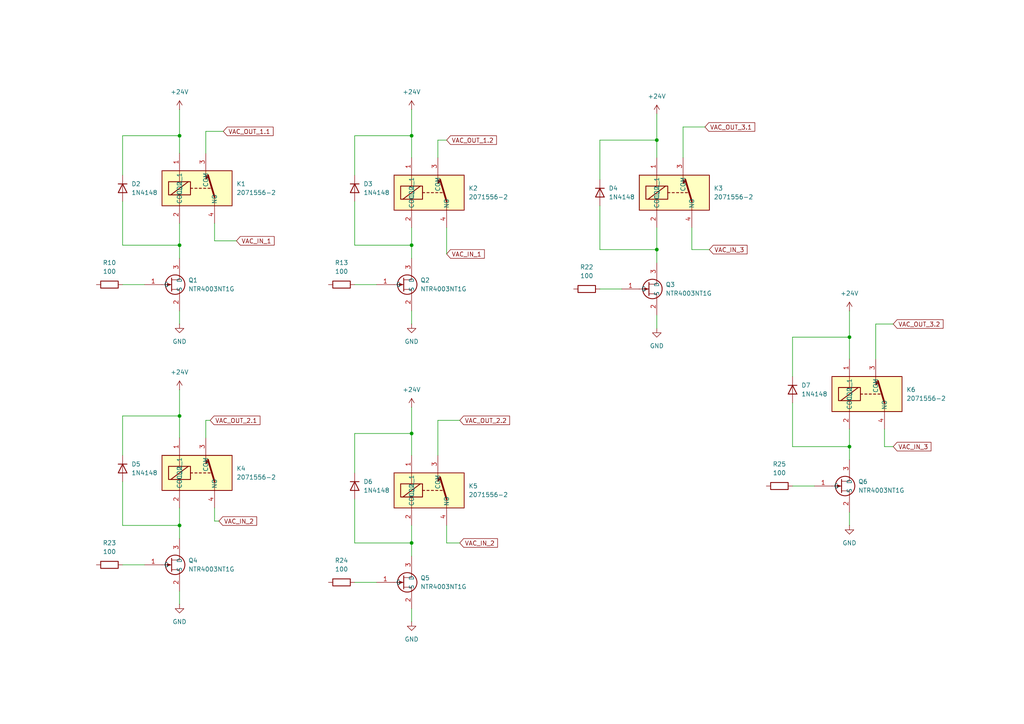
<source format=kicad_sch>
(kicad_sch (version 20250114) (generator "eeschema") (generator_version "9.0")
  (paper "A4")
  (lib_symbols
    (symbol "2071556-2:2071556-2"
      (property "Reference" "K" (at 26.67 7.62 0))
      (property "Value" "2071556-2" (at 26.67 5.08 0))
      (symbol "2071556-2_0_1"
        (rectangle (start -8.255 3.175) (end -1.905 -0.635) (stroke (width 0.254)))
        (polyline (pts (xy -7.62 -0.635) (xy -2.54 3.175)) (stroke (width 0.254)))
        (polyline (pts (xy -5.08 6.35) (xy -5.08 3.175)))
        (polyline (pts (xy -5.08 -3.81) (xy -5.08 -0.635)))
        (polyline (pts (xy -1.905 1.27) (xy -1.27 1.27)) (stroke (width 0.254)))
        (polyline (pts (xy -0.635 1.27) (xy 0 1.27)) (stroke (width 0.254)))
        (polyline (pts (xy 0.635 1.27) (xy 1.27 1.27)) (stroke (width 0.254)))
        (polyline (pts (xy 1.905 1.27) (xy 2.54 1.27)) (stroke (width 0.254)))
        (polyline (pts (xy 2.54 6.35) (xy 2.54 3.81) (xy 3.175 4.445) (xy 2.54 5.08)) (fill (type outline)))
        (polyline (pts (xy 3.175 1.27) (xy 3.81 1.27)) (stroke (width 0.254)))
        (polyline (pts (xy 5.08 -1.27) (xy 3.175 5.08)) (stroke (width 0.508)))
        (polyline (pts (xy 5.08 -1.27) (xy 5.08 -3.81)))
      )
      (symbol "2071556-2_1_1"
        (rectangle (start -10.16 6.35) (end 10.16 -3.81) (stroke (width 0.254)) (fill (type background)))
        (pin passive line (at -5.08 11.43 270) (length 5.08) (name "COIL_1") (number "1"))
        (pin passive line (at -5.08 -8.89 90) (length 5.08) (name "COIL_2") (number "2"))
        (pin passive line (at 2.54 11.43 270) (length 5.08) (name "COM") (number "3"))
        (pin passive line (at 5.08 -8.89 90) (length 5.08) (name "NO") (number "4"))
      )
    )
    (symbol "Device:R" (pin_numbers (hide yes)) (pin_names (offset 0))
      (property "Reference" "R" (at 2.032 0 90))
      (property "Value" "R" (at 0 0 90))
      (symbol "R_0_1"
        (rectangle (start -1.016 -2.54) (end 1.016 2.54) (stroke (width 0.254)))
      )
      (symbol "R_1_1"
        (pin passive line (at 0 3.81 270) (length 1.27) (name "~") (number "1"))
        (pin passive line (at 0 -3.81 90) (length 1.27) (name "~") (number "2"))
      )
    )
    (symbol "Diode:1N4148" (pin_numbers (hide yes)) (pin_names (hide yes))
      (property "Reference" "D" (at 0 2.54 0))
      (property "Value" "1N4148" (at 0 -2.54 0))
      (symbol "1N4148_0_1"
        (polyline (pts (xy -1.27 1.27) (xy -1.27 -1.27)) (stroke (width 0.254)))
        (polyline (pts (xy 1.27 1.27) (xy 1.27 -1.27) (xy -1.27 0) (xy 1.27 1.27)) (stroke (width 0.254)))
        (polyline (pts (xy 1.27 0) (xy -1.27 0)))
      )
      (symbol "1N4148_1_1"
        (pin passive line (at -3.81 0 0) (length 2.54) (name "K") (number "1"))
        (pin passive line (at 3.81 0 180) (length 2.54) (name "A") (number "2"))
      )
    )
    (symbol "NTR4003NT1G:NTR4003NT1G"
      (property "Reference" "Q" (at 5.588 -2.794 0))
      (property "Value" "NTR4003NT1G" (at 5.588 -5.334 0))
      (symbol "NTR4003NT1G_0_1"
        (polyline (pts (xy -1.27 0) (xy -2.286 0.381) (xy -2.286 -0.381) (xy -1.27 0)) (fill (type outline)))
        (polyline (pts (xy -1.016 1.905) (xy -1.016 -1.905)) (stroke (width 0.254)))
        (polyline (pts (xy -1.016 0) (xy -3.81 0)))
        (circle (center 0 0) (radius 2.8194) (stroke (width 0.254)))
        (polyline (pts (xy 1.27 2.54) (xy 1.27 1.397) (xy -1.016 1.397)))
        (polyline (pts (xy 1.27 -2.54) (xy 1.27 -1.397) (xy -1.016 -1.397)))
      )
      (symbol "NTR4003NT1G_1_1"
        (pin passive line (at -8.89 0 0) (length 5.08) (name "G") (number "1"))
        (pin passive line (at 1.27 7.62 270) (length 5.08) (name "D") (number "3"))
        (pin passive line (at 1.27 -7.62 90) (length 5.08) (name "S") (number "2"))
      )
    )
    (symbol "power:+24V" (power) (pin_numbers (hide yes)) (pin_names (offset 0) (hide yes))
      (property "Value" "+24V" (at 0 3.556 0))
      (symbol "+24V_0_1"
        (polyline (pts (xy -0.762 1.27) (xy 0 2.54)))
        (polyline (pts (xy 0 2.54) (xy 0.762 1.27)))
        (polyline (pts (xy 0 0) (xy 0 2.54)))
      )
      (symbol "+24V_1_1"
        (pin power_in line (at 0 0 90) (length 0) (name "~") (number "1"))
      )
    )
    (symbol "power:GND" (power) (pin_numbers (hide yes)) (pin_names (offset 0) (hide yes))
      (property "Value" "GND" (at 0 -3.81 0))
      (symbol "GND_0_1"
        (polyline (pts (xy 0 0) (xy 0 -1.27) (xy 1.27 -1.27) (xy 0 -2.54) (xy -1.27 -1.27) (xy 0 -1.27)))
      )
      (symbol "GND_1_1"
        (pin power_in line (at 0 0 270) (length 0) (name "~") (number "1"))
      )
    )
  )
  (junction (at 119.38 71.12))
  (junction (at 52.07 152.4))
  (junction (at 190.5 72.39))
  (junction (at 246.38 129.54))
  (junction (at 119.38 157.48))
  (junction (at 190.5 40.64))
  (junction (at 52.07 120.65))
  (junction (at 52.07 71.12))
  (junction (at 119.38 39.37))
  (junction (at 246.38 97.79))
  (junction (at 52.07 39.37))
  (junction (at 119.38 125.73))
  (wire (pts (xy 259.08 93.98) (xy 254 93.98)))
  (wire (pts (xy 119.38 71.12) (xy 119.38 74.93)))
  (wire (pts (xy 119.38 118.11) (xy 119.38 125.73)))
  (wire (pts (xy 35.56 120.65) (xy 35.56 132.08)))
  (wire (pts (xy 102.87 82.55) (xy 109.22 82.55)))
  (wire (pts (xy 119.38 125.73) (xy 119.38 132.08)))
  (wire (pts (xy 190.5 72.39) (xy 190.5 76.2)))
  (wire (pts (xy 127 132.08) (xy 127 121.92)))
  (wire (pts (xy 52.07 90.17) (xy 52.07 93.98)))
  (wire (pts (xy 190.5 40.64) (xy 190.5 45.72)))
  (wire (pts (xy 119.38 66.04) (xy 119.38 71.12)))
  (wire (pts (xy 129.54 66.04) (xy 129.54 73.66)))
  (wire (pts (xy 52.07 31.75) (xy 52.07 39.37)))
  (wire (pts (xy 205.74 72.39) (xy 200.66 72.39)))
  (wire (pts (xy 52.07 64.77) (xy 52.07 71.12)))
  (wire (pts (xy 102.87 144.78) (xy 102.87 157.48)))
  (wire (pts (xy 35.56 82.55) (xy 41.91 82.55)))
  (wire (pts (xy 119.38 31.75) (xy 119.38 39.37)))
  (wire (pts (xy 173.99 59.69) (xy 173.99 72.39)))
  (wire (pts (xy 52.07 113.03) (xy 52.07 120.65)))
  (wire (pts (xy 198.12 36.83) (xy 198.12 45.72)))
  (wire (pts (xy 35.56 58.42) (xy 35.56 71.12)))
  (wire (pts (xy 119.38 152.4) (xy 119.38 157.48)))
  (wire (pts (xy 52.07 171.45) (xy 52.07 175.26)))
  (wire (pts (xy 35.56 39.37) (xy 35.56 50.8)))
  (wire (pts (xy 102.87 157.48) (xy 119.38 157.48)))
  (wire (pts (xy 102.87 71.12) (xy 119.38 71.12)))
  (wire (pts (xy 173.99 72.39) (xy 190.5 72.39)))
  (wire (pts (xy 52.07 39.37) (xy 35.56 39.37)))
  (wire (pts (xy 62.23 69.85) (xy 68.58 69.85)))
  (wire (pts (xy 200.66 72.39) (xy 200.66 66.04)))
  (wire (pts (xy 102.87 58.42) (xy 102.87 71.12)))
  (wire (pts (xy 52.07 39.37) (xy 52.07 44.45)))
  (wire (pts (xy 59.69 121.92) (xy 60.96 121.92)))
  (wire (pts (xy 52.07 71.12) (xy 52.07 74.93)))
  (wire (pts (xy 62.23 151.13) (xy 62.23 147.32)))
  (wire (pts (xy 119.38 157.48) (xy 119.38 161.29)))
  (wire (pts (xy 246.38 97.79) (xy 246.38 104.14)))
  (wire (pts (xy 52.07 147.32) (xy 52.07 152.4)))
  (wire (pts (xy 229.87 129.54) (xy 246.38 129.54)))
  (wire (pts (xy 246.38 90.17) (xy 246.38 97.79)))
  (wire (pts (xy 64.77 38.1) (xy 59.69 38.1)))
  (wire (pts (xy 256.54 129.54) (xy 256.54 124.46)))
  (wire (pts (xy 119.38 125.73) (xy 102.87 125.73)))
  (wire (pts (xy 62.23 69.85) (xy 62.23 64.77)))
  (wire (pts (xy 204.47 36.83) (xy 198.12 36.83)))
  (wire (pts (xy 119.38 90.17) (xy 119.38 93.98)))
  (wire (pts (xy 229.87 116.84) (xy 229.87 129.54)))
  (wire (pts (xy 35.56 152.4) (xy 52.07 152.4)))
  (wire (pts (xy 119.38 39.37) (xy 119.38 45.72)))
  (wire (pts (xy 246.38 129.54) (xy 246.38 133.35)))
  (wire (pts (xy 190.5 66.04) (xy 190.5 72.39)))
  (wire (pts (xy 246.38 97.79) (xy 229.87 97.79)))
  (wire (pts (xy 259.08 129.54) (xy 256.54 129.54)))
  (wire (pts (xy 190.5 91.44) (xy 190.5 95.25)))
  (wire (pts (xy 63.5 151.13) (xy 62.23 151.13)))
  (wire (pts (xy 173.99 83.82) (xy 180.34 83.82)))
  (wire (pts (xy 246.38 124.46) (xy 246.38 129.54)))
  (wire (pts (xy 229.87 97.79) (xy 229.87 109.22)))
  (wire (pts (xy 35.56 71.12) (xy 52.07 71.12)))
  (wire (pts (xy 59.69 127) (xy 59.69 121.92)))
  (wire (pts (xy 129.54 157.48) (xy 133.35 157.48)))
  (wire (pts (xy 229.87 140.97) (xy 236.22 140.97)))
  (wire (pts (xy 190.5 40.64) (xy 173.99 40.64)))
  (wire (pts (xy 127 121.92) (xy 133.35 121.92)))
  (wire (pts (xy 52.07 120.65) (xy 52.07 127)))
  (wire (pts (xy 102.87 168.91) (xy 109.22 168.91)))
  (wire (pts (xy 119.38 39.37) (xy 102.87 39.37)))
  (wire (pts (xy 52.07 120.65) (xy 35.56 120.65)))
  (wire (pts (xy 254 93.98) (xy 254 104.14)))
  (wire (pts (xy 119.38 176.53) (xy 119.38 180.34)))
  (wire (pts (xy 102.87 39.37) (xy 102.87 50.8)))
  (wire (pts (xy 52.07 152.4) (xy 52.07 156.21)))
  (wire (pts (xy 127 40.64) (xy 127 45.72)))
  (wire (pts (xy 35.56 139.7) (xy 35.56 152.4)))
  (wire (pts (xy 59.69 38.1) (xy 59.69 44.45)))
  (wire (pts (xy 35.56 163.83) (xy 41.91 163.83)))
  (wire (pts (xy 102.87 125.73) (xy 102.87 137.16)))
  (wire (pts (xy 173.99 40.64) (xy 173.99 52.07)))
  (wire (pts (xy 129.54 152.4) (xy 129.54 157.48)))
  (wire (pts (xy 246.38 148.59) (xy 246.38 152.4)))
  (wire (pts (xy 190.5 33.02) (xy 190.5 40.64)))
  (wire (pts (xy 129.54 40.64) (xy 127 40.64)))
  (global_label "VAC_IN_3" (shape input) (at 205.74 72.39 0) (property "Intersheetrefs" "${INTERSHEET_REFS}" (effects (hide yes))))
  (global_label "VAC_OUT_1.2" (shape input) (at 129.54 40.64 0) (property "Intersheetrefs" "${INTERSHEET_REFS}" (effects (hide yes))))
  (global_label "VAC_IN_1" (shape input) (at 129.54 73.66 0) (property "Intersheetrefs" "${INTERSHEET_REFS}" (effects (hide yes))))
  (global_label "VAC_IN_2" (shape input) (at 133.35 157.48 0) (property "Intersheetrefs" "${INTERSHEET_REFS}" (effects (hide yes))))
  (global_label "VAC_IN_2" (shape input) (at 63.5 151.13 0) (property "Intersheetrefs" "${INTERSHEET_REFS}" (effects (hide yes))))
  (global_label "VAC_IN_3" (shape input) (at 259.08 129.54 0) (property "Intersheetrefs" "${INTERSHEET_REFS}" (effects (hide yes))))
  (global_label "VAC_OUT_3.1" (shape input) (at 204.47 36.83 0) (property "Intersheetrefs" "${INTERSHEET_REFS}" (effects (hide yes))))
  (global_label "VAC_OUT_3.2" (shape input) (at 259.08 93.98 0) (property "Intersheetrefs" "${INTERSHEET_REFS}" (effects (hide yes))))
  (global_label "VAC_OUT_1.1" (shape input) (at 64.77 38.1 0) (property "Intersheetrefs" "${INTERSHEET_REFS}" (effects (hide yes))))
  (global_label "VAC_OUT_2.2" (shape input) (at 133.35 121.92 0) (property "Intersheetrefs" "${INTERSHEET_REFS}" (effects (hide yes))))
  (global_label "VAC_OUT_2.1" (shape input) (at 60.96 121.92 0) (property "Intersheetrefs" "${INTERSHEET_REFS}" (effects (hide yes))))
  (global_label "VAC_IN_1" (shape input) (at 68.58 69.85 0) (property "Intersheetrefs" "${INTERSHEET_REFS}" (effects (hide yes))))
  (symbol (lib_id "2071556-2:2071556-2") (at 195.58 57.15 0) (unit 1)
    (property "Reference" "K3" (at 207.01 54.6099 0) (effects (justify left)))
    (property "Value" "2071556-2" (at 207.01 57.1499 0) (effects (justify left)))
    (property "Footprint" "20715562" (effects (hide yes)))
    (property "Datasheet" "https://www.te.com/commerce/DocumentDelivery/DDEController?Action=srchrtrv&DocNm=OJS_16A_0821&DocType=Data%20Sheet&DocLang=English&DocFormat=pdf&PartCntxt=2071556-2" (effects (hide yes)))
    (property "Description" "General Purpose Power Relay, DC, Monostable, 1 Form A SPST-NO, 16 A Contact Rating, 24 VDC Coil Voltage , 250 VAC Contact Voltage, .45 W Coil Power" (effects (hide yes)))
    (property "Height" "15.3" (effects (hide yes)))
    (property "Mouser Part Number" "655-2071556-2" (effects (hide yes)))
    (property "Mouser Price/Stock" "https://www.mouser.co.uk/ProductDetail/TE-Connectivity/2071556-2?qs=ljCeji4nMDmS9znJMBiIWQ%3D%3D" (effects (hide yes)))
    (property "Manufacturer_Name" "TE Connectivity" (effects (hide yes)))
    (property "Manufacturer_Part_Number" "2071556-2" (effects (hide yes)))
  )
  (symbol (lib_id "power:+24V") (at 52.07 113.03 0) (unit 1)
    (property "Reference" "#PWR033" (effects (hide yes)))
    (property "Value" "+24V" (at 52.07 107.95 0))
    (property "Description" "Power symbol creates a global label with name \"+24V\"" (effects (hide yes)))
  )
  (symbol (lib_id "Diode:1N4148") (at 102.87 140.97 270) (unit 1)
    (property "Reference" "D6" (at 105.41 139.6999 90) (effects (justify left)))
    (property "Value" "1N4148" (at 105.41 142.2399 90) (effects (justify left)))
    (property "Footprint" "Diode_THT:D_DO-35_SOD27_P7.62mm_Horizontal" (effects (hide yes)))
    (property "Datasheet" "https://assets.nexperia.com/documents/data-sheet/1N4148_1N4448.pdf" (effects (hide yes)))
    (property "Description" "100V 0.15A standard switching diode, DO-35" (effects (hide yes)))
    (property "Sim.Device" "D" (effects (hide yes)))
    (property "Sim.Pins" "1=K 2=A" (effects (hide yes)))
  )
  (symbol (lib_id "power:GND") (at 119.38 93.98 0) (unit 1)
    (property "Reference" "#PWR030" (effects (hide yes)))
    (property "Value" "GND" (at 119.38 99.06 0))
    (property "Description" "Power symbol creates a global label with name \"GND\" , ground" (effects (hide yes)))
  )
  (symbol (lib_id "NTR4003NT1G:NTR4003NT1G") (at 118.11 168.91 0) (unit 1)
    (property "Reference" "Q5" (at 121.92 167.6399 0) (effects (justify left)))
    (property "Value" "NTR4003NT1G" (at 121.92 170.1799 0) (effects (justify left)))
    (property "Footprint" "Package_TO_SOT_SMD:SOT-23-3" (effects (hide yes)))
    (property "Datasheet" "https://www.onsemi.com/pub/Collateral/NTR4003N-D.PDF" (effects (hide yes)))
    (property "Description" "Low Gate Voltage Threshold (VGS(TH)) to Facilitate Drive Circuit Design; Low Gate Charge for Fast Switching; ESD Protected Gate; SOT-23 Package Provides Excellent Thermal Performance; Minimum Breakdown Voltage Rating of 30 V; RoHS Compliant" (effects (hide yes)))
    (property "Height" "1.11" (effects (hide yes)))
    (property "Mouser Part Number" "863-NTR4003NT1G" (effects (hide yes)))
    (property "Mouser Price/Stock" "https://www.mouser.co.uk/ProductDetail/onsemi/NTR4003NT1G?qs=CBDP9nzV7kme%2Fyh64xROOQ%3D%3D" (effects (hide yes)))
    (property "Manufacturer_Name" "onsemi" (effects (hide yes)))
    (property "Manufacturer_Part_Number" "NTR4003NT1G" (effects (hide yes)))
  )
  (symbol (lib_id "2071556-2:2071556-2") (at 124.46 57.15 0) (unit 1)
    (property "Reference" "K2" (at 135.89 54.6099 0) (effects (justify left)))
    (property "Value" "2071556-2" (at 135.89 57.1499 0) (effects (justify left)))
    (property "Footprint" "Relay:20715562" (effects (hide yes)))
    (property "Datasheet" "https://www.te.com/commerce/DocumentDelivery/DDEController?Action=srchrtrv&DocNm=OJS_16A_0821&DocType=Data%20Sheet&DocLang=English&DocFormat=pdf&PartCntxt=2071556-2" (effects (hide yes)))
    (property "Description" "General Purpose Power Relay, DC, Monostable, 1 Form A SPST-NO, 16 A Contact Rating, 24 VDC Coil Voltage , 250 VAC Contact Voltage, .45 W Coil Power" (effects (hide yes)))
    (property "Height" "15.3" (effects (hide yes)))
    (property "Mouser Part Number" "655-2071556-2" (effects (hide yes)))
    (property "Mouser Price/Stock" "https://www.mouser.co.uk/ProductDetail/TE-Connectivity/2071556-2?qs=ljCeji4nMDmS9znJMBiIWQ%3D%3D" (effects (hide yes)))
    (property "Manufacturer_Name" "TE Connectivity" (effects (hide yes)))
    (property "Manufacturer_Part_Number" "2071556-2" (effects (hide yes)))
  )
  (symbol (lib_id "Device:R") (at 226.06 140.97 90) (unit 1)
    (property "Reference" "R25" (at 226.06 134.62 90))
    (property "Value" "100" (at 226.06 137.16 90))
    (property "Footprint" "Resistor_SMD:R_0603_1608Metric" (effects (hide yes)))
    (property "Description" "Resistor" (effects (hide yes)))
  )
  (symbol (lib_id "power:+24V") (at 52.07 31.75 0) (unit 1)
    (property "Reference" "#PWR028" (effects (hide yes)))
    (property "Value" "+24V" (at 52.07 26.67 0))
    (property "Description" "Power symbol creates a global label with name \"+24V\"" (effects (hide yes)))
  )
  (symbol (lib_id "Device:R") (at 99.06 168.91 90) (unit 1)
    (property "Reference" "R24" (at 99.06 162.56 90))
    (property "Value" "100" (at 99.06 165.1 90))
    (property "Footprint" "Resistor_SMD:R_0603_1608Metric" (effects (hide yes)))
    (property "Description" "Resistor" (effects (hide yes)))
  )
  (symbol (lib_id "Device:R") (at 31.75 82.55 90) (unit 1)
    (property "Reference" "R10" (at 31.75 76.2 90))
    (property "Value" "100" (at 31.75 78.74 90))
    (property "Footprint" "Resistor_SMD:R_0603_1608Metric" (effects (hide yes)))
    (property "Description" "Resistor" (effects (hide yes)))
  )
  (symbol (lib_id "Diode:1N4148") (at 173.99 55.88 270) (unit 1)
    (property "Reference" "D4" (at 176.53 54.6099 90) (effects (justify left)))
    (property "Value" "1N4148" (at 176.53 57.1499 90) (effects (justify left)))
    (property "Footprint" "Diode_THT:D_DO-35_SOD27_P7.62mm_Horizontal" (effects (hide yes)))
    (property "Datasheet" "https://assets.nexperia.com/documents/data-sheet/1N4148_1N4448.pdf" (effects (hide yes)))
    (property "Description" "100V 0.15A standard switching diode, DO-35" (effects (hide yes)))
    (property "Sim.Device" "D" (effects (hide yes)))
    (property "Sim.Pins" "1=K 2=A" (effects (hide yes)))
  )
  (symbol (lib_id "2071556-2:2071556-2") (at 251.46 115.57 0) (unit 1)
    (property "Reference" "K6" (at 262.89 113.0299 0) (effects (justify left)))
    (property "Value" "2071556-2" (at 262.89 115.5699 0) (effects (justify left)))
    (property "Footprint" "20715562" (effects (hide yes)))
    (property "Datasheet" "https://www.te.com/commerce/DocumentDelivery/DDEController?Action=srchrtrv&DocNm=OJS_16A_0821&DocType=Data%20Sheet&DocLang=English&DocFormat=pdf&PartCntxt=2071556-2" (effects (hide yes)))
    (property "Description" "General Purpose Power Relay, DC, Monostable, 1 Form A SPST-NO, 16 A Contact Rating, 24 VDC Coil Voltage , 250 VAC Contact Voltage, .45 W Coil Power" (effects (hide yes)))
    (property "Height" "15.3" (effects (hide yes)))
    (property "Mouser Part Number" "655-2071556-2" (effects (hide yes)))
    (property "Mouser Price/Stock" "https://www.mouser.co.uk/ProductDetail/TE-Connectivity/2071556-2?qs=ljCeji4nMDmS9znJMBiIWQ%3D%3D" (effects (hide yes)))
    (property "Manufacturer_Name" "TE Connectivity" (effects (hide yes)))
    (property "Manufacturer_Part_Number" "2071556-2" (effects (hide yes)))
  )
  (symbol (lib_id "Diode:1N4148") (at 229.87 113.03 270) (unit 1)
    (property "Reference" "D7" (at 232.41 111.7599 90) (effects (justify left)))
    (property "Value" "1N4148" (at 232.41 114.2999 90) (effects (justify left)))
    (property "Footprint" "Diode_THT:D_DO-35_SOD27_P7.62mm_Horizontal" (effects (hide yes)))
    (property "Datasheet" "https://assets.nexperia.com/documents/data-sheet/1N4148_1N4448.pdf" (effects (hide yes)))
    (property "Description" "100V 0.15A standard switching diode, DO-35" (effects (hide yes)))
    (property "Sim.Device" "D" (effects (hide yes)))
    (property "Sim.Pins" "1=K 2=A" (effects (hide yes)))
  )
  (symbol (lib_id "Diode:1N4148") (at 102.87 54.61 270) (unit 1)
    (property "Reference" "D3" (at 105.41 53.3399 90) (effects (justify left)))
    (property "Value" "1N4148" (at 105.41 55.8799 90) (effects (justify left)))
    (property "Footprint" "Diode_THT:D_DO-35_SOD27_P7.62mm_Horizontal" (effects (hide yes)))
    (property "Datasheet" "https://assets.nexperia.com/documents/data-sheet/1N4148_1N4448.pdf" (effects (hide yes)))
    (property "Description" "100V 0.15A standard switching diode, DO-35" (effects (hide yes)))
    (property "Sim.Device" "D" (effects (hide yes)))
    (property "Sim.Pins" "1=K 2=A" (effects (hide yes)))
  )
  (symbol (lib_id "Diode:1N4148") (at 35.56 135.89 270) (unit 1)
    (property "Reference" "D5" (at 38.1 134.6199 90) (effects (justify left)))
    (property "Value" "1N4148" (at 38.1 137.1599 90) (effects (justify left)))
    (property "Footprint" "Diode_THT:D_DO-35_SOD27_P7.62mm_Horizontal" (effects (hide yes)))
    (property "Datasheet" "https://assets.nexperia.com/documents/data-sheet/1N4148_1N4448.pdf" (effects (hide yes)))
    (property "Description" "100V 0.15A standard switching diode, DO-35" (effects (hide yes)))
    (property "Sim.Device" "D" (effects (hide yes)))
    (property "Sim.Pins" "1=K 2=A" (effects (hide yes)))
  )
  (symbol (lib_id "power:GND") (at 246.38 152.4 0) (unit 1)
    (property "Reference" "#PWR038" (effects (hide yes)))
    (property "Value" "GND" (at 246.38 157.48 0))
    (property "Description" "Power symbol creates a global label with name \"GND\" , ground" (effects (hide yes)))
  )
  (symbol (lib_id "NTR4003NT1G:NTR4003NT1G") (at 118.11 82.55 0) (unit 1)
    (property "Reference" "Q2" (at 121.92 81.2799 0) (effects (justify left)))
    (property "Value" "NTR4003NT1G" (at 121.92 83.8199 0) (effects (justify left)))
    (property "Footprint" "Package_TO_SOT_SMD:SOT-23-3" (effects (hide yes)))
    (property "Datasheet" "https://www.onsemi.com/pub/Collateral/NTR4003N-D.PDF" (effects (hide yes)))
    (property "Description" "Low Gate Voltage Threshold (VGS(TH)) to Facilitate Drive Circuit Design; Low Gate Charge for Fast Switching; ESD Protected Gate; SOT-23 Package Provides Excellent Thermal Performance; Minimum Breakdown Voltage Rating of 30 V; RoHS Compliant" (effects (hide yes)))
    (property "Height" "1.11" (effects (hide yes)))
    (property "Mouser Part Number" "863-NTR4003NT1G" (effects (hide yes)))
    (property "Mouser Price/Stock" "https://www.mouser.co.uk/ProductDetail/onsemi/NTR4003NT1G?qs=CBDP9nzV7kme%2Fyh64xROOQ%3D%3D" (effects (hide yes)))
    (property "Manufacturer_Name" "onsemi" (effects (hide yes)))
    (property "Manufacturer_Part_Number" "NTR4003NT1G" (effects (hide yes)))
  )
  (symbol (lib_id "power:+24V") (at 119.38 31.75 0) (unit 1)
    (property "Reference" "#PWR029" (effects (hide yes)))
    (property "Value" "+24V" (at 119.38 26.67 0))
    (property "Description" "Power symbol creates a global label with name \"+24V\"" (effects (hide yes)))
  )
  (symbol (lib_id "power:+24V") (at 246.38 90.17 0) (unit 1)
    (property "Reference" "#PWR037" (effects (hide yes)))
    (property "Value" "+24V" (at 246.38 85.09 0))
    (property "Description" "Power symbol creates a global label with name \"+24V\"" (effects (hide yes)))
  )
  (symbol (lib_id "Device:R") (at 31.75 163.83 90) (unit 1)
    (property "Reference" "R23" (at 31.75 157.48 90))
    (property "Value" "100" (at 31.75 160.02 90))
    (property "Footprint" "Resistor_SMD:R_0603_1608Metric" (effects (hide yes)))
    (property "Description" "Resistor" (effects (hide yes)))
  )
  (symbol (lib_id "power:+24V") (at 190.5 33.02 0) (unit 1)
    (property "Reference" "#PWR031" (effects (hide yes)))
    (property "Value" "+24V" (at 190.5 27.94 0))
    (property "Description" "Power symbol creates a global label with name \"+24V\"" (effects (hide yes)))
  )
  (symbol (lib_id "2071556-2:2071556-2") (at 57.15 138.43 0) (unit 1)
    (property "Reference" "K4" (at 68.58 135.8899 0) (effects (justify left)))
    (property "Value" "2071556-2" (at 68.58 138.4299 0) (effects (justify left)))
    (property "Footprint" "20715562" (effects (hide yes)))
    (property "Datasheet" "https://www.te.com/commerce/DocumentDelivery/DDEController?Action=srchrtrv&DocNm=OJS_16A_0821&DocType=Data%20Sheet&DocLang=English&DocFormat=pdf&PartCntxt=2071556-2" (effects (hide yes)))
    (property "Description" "General Purpose Power Relay, DC, Monostable, 1 Form A SPST-NO, 16 A Contact Rating, 24 VDC Coil Voltage , 250 VAC Contact Voltage, .45 W Coil Power" (effects (hide yes)))
    (property "Height" "15.3" (effects (hide yes)))
    (property "Mouser Part Number" "655-2071556-2" (effects (hide yes)))
    (property "Mouser Price/Stock" "https://www.mouser.co.uk/ProductDetail/TE-Connectivity/2071556-2?qs=ljCeji4nMDmS9znJMBiIWQ%3D%3D" (effects (hide yes)))
    (property "Manufacturer_Name" "TE Connectivity" (effects (hide yes)))
    (property "Manufacturer_Part_Number" "2071556-2" (effects (hide yes)))
  )
  (symbol (lib_id "NTR4003NT1G:NTR4003NT1G") (at 50.8 163.83 0) (unit 1)
    (property "Reference" "Q4" (at 54.61 162.5599 0) (effects (justify left)))
    (property "Value" "NTR4003NT1G" (at 54.61 165.0999 0) (effects (justify left)))
    (property "Footprint" "Package_TO_SOT_SMD:SOT-23-3" (effects (hide yes)))
    (property "Datasheet" "https://www.onsemi.com/pub/Collateral/NTR4003N-D.PDF" (effects (hide yes)))
    (property "Description" "Low Gate Voltage Threshold (VGS(TH)) to Facilitate Drive Circuit Design; Low Gate Charge for Fast Switching; ESD Protected Gate; SOT-23 Package Provides Excellent Thermal Performance; Minimum Breakdown Voltage Rating of 30 V; RoHS Compliant" (effects (hide yes)))
    (property "Height" "1.11" (effects (hide yes)))
    (property "Mouser Part Number" "863-NTR4003NT1G" (effects (hide yes)))
    (property "Mouser Price/Stock" "https://www.mouser.co.uk/ProductDetail/onsemi/NTR4003NT1G?qs=CBDP9nzV7kme%2Fyh64xROOQ%3D%3D" (effects (hide yes)))
    (property "Manufacturer_Name" "onsemi" (effects (hide yes)))
    (property "Manufacturer_Part_Number" "NTR4003NT1G" (effects (hide yes)))
  )
  (symbol (lib_id "2071556-2:2071556-2") (at 57.15 55.88 0) (unit 1)
    (property "Reference" "K1" (at 68.58 53.3399 0) (effects (justify left)))
    (property "Value" "2071556-2" (at 68.58 55.8799 0) (effects (justify left)))
    (property "Footprint" "Relay:20715562" (effects (hide yes)))
    (property "Datasheet" "https://www.te.com/commerce/DocumentDelivery/DDEController?Action=srchrtrv&DocNm=OJS_16A_0821&DocType=Data%20Sheet&DocLang=English&DocFormat=pdf&PartCntxt=2071556-2" (effects (hide yes)))
    (property "Description" "General Purpose Power Relay, DC, Monostable, 1 Form A SPST-NO, 16 A Contact Rating, 24 VDC Coil Voltage , 250 VAC Contact Voltage, .45 W Coil Power" (effects (hide yes)))
    (property "Height" "15.3" (effects (hide yes)))
    (property "Mouser Part Number" "655-2071556-2" (effects (hide yes)))
    (property "Mouser Price/Stock" "https://www.mouser.co.uk/ProductDetail/TE-Connectivity/2071556-2?qs=ljCeji4nMDmS9znJMBiIWQ%3D%3D" (effects (hide yes)))
    (property "Manufacturer_Name" "TE Connectivity" (effects (hide yes)))
    (property "Manufacturer_Part_Number" "2071556-2" (effects (hide yes)))
  )
  (symbol (lib_id "power:GND") (at 190.5 95.25 0) (unit 1)
    (property "Reference" "#PWR032" (effects (hide yes)))
    (property "Value" "GND" (at 190.5 100.33 0))
    (property "Description" "Power symbol creates a global label with name \"GND\" , ground" (effects (hide yes)))
  )
  (symbol (lib_id "NTR4003NT1G:NTR4003NT1G") (at 245.11 140.97 0) (unit 1)
    (property "Reference" "Q6" (at 248.92 139.6999 0) (effects (justify left)))
    (property "Value" "NTR4003NT1G" (at 248.92 142.2399 0) (effects (justify left)))
    (property "Footprint" "Package_TO_SOT_SMD:SOT-23-3" (effects (hide yes)))
    (property "Datasheet" "https://www.onsemi.com/pub/Collateral/NTR4003N-D.PDF" (effects (hide yes)))
    (property "Description" "Low Gate Voltage Threshold (VGS(TH)) to Facilitate Drive Circuit Design; Low Gate Charge for Fast Switching; ESD Protected Gate; SOT-23 Package Provides Excellent Thermal Performance; Minimum Breakdown Voltage Rating of 30 V; RoHS Compliant" (effects (hide yes)))
    (property "Height" "1.11" (effects (hide yes)))
    (property "Mouser Part Number" "863-NTR4003NT1G" (effects (hide yes)))
    (property "Mouser Price/Stock" "https://www.mouser.co.uk/ProductDetail/onsemi/NTR4003NT1G?qs=CBDP9nzV7kme%2Fyh64xROOQ%3D%3D" (effects (hide yes)))
    (property "Manufacturer_Name" "onsemi" (effects (hide yes)))
    (property "Manufacturer_Part_Number" "NTR4003NT1G" (effects (hide yes)))
  )
  (symbol (lib_id "power:GND") (at 119.38 180.34 0) (unit 1)
    (property "Reference" "#PWR036" (effects (hide yes)))
    (property "Value" "GND" (at 119.38 185.42 0))
    (property "Description" "Power symbol creates a global label with name \"GND\" , ground" (effects (hide yes)))
  )
  (symbol (lib_id "NTR4003NT1G:NTR4003NT1G") (at 189.23 83.82 0) (unit 1)
    (property "Reference" "Q3" (at 193.04 82.5499 0) (effects (justify left)))
    (property "Value" "NTR4003NT1G" (at 193.04 85.0899 0) (effects (justify left)))
    (property "Footprint" "Package_TO_SOT_SMD:SOT-23-3" (effects (hide yes)))
    (property "Datasheet" "https://www.onsemi.com/pub/Collateral/NTR4003N-D.PDF" (effects (hide yes)))
    (property "Description" "Low Gate Voltage Threshold (VGS(TH)) to Facilitate Drive Circuit Design; Low Gate Charge for Fast Switching; ESD Protected Gate; SOT-23 Package Provides Excellent Thermal Performance; Minimum Breakdown Voltage Rating of 30 V; RoHS Compliant" (effects (hide yes)))
    (property "Height" "1.11" (effects (hide yes)))
    (property "Mouser Part Number" "863-NTR4003NT1G" (effects (hide yes)))
    (property "Mouser Price/Stock" "https://www.mouser.co.uk/ProductDetail/onsemi/NTR4003NT1G?qs=CBDP9nzV7kme%2Fyh64xROOQ%3D%3D" (effects (hide yes)))
    (property "Manufacturer_Name" "onsemi" (effects (hide yes)))
    (property "Manufacturer_Part_Number" "NTR4003NT1G" (effects (hide yes)))
  )
  (symbol (lib_id "Device:R") (at 99.06 82.55 90) (unit 1)
    (property "Reference" "R13" (at 99.06 76.2 90))
    (property "Value" "100" (at 99.06 78.74 90))
    (property "Footprint" "Resistor_SMD:R_0603_1608Metric" (effects (hide yes)))
    (property "Description" "Resistor" (effects (hide yes)))
  )
  (symbol (lib_id "Diode:1N4148") (at 35.56 54.61 270) (unit 1)
    (property "Reference" "D2" (at 38.1 53.3399 90) (effects (justify left)))
    (property "Value" "1N4148" (at 38.1 55.8799 90) (effects (justify left)))
    (property "Footprint" "Diode_THT:D_DO-35_SOD27_P7.62mm_Horizontal" (effects (hide yes)))
    (property "Datasheet" "https://assets.nexperia.com/documents/data-sheet/1N4148_1N4448.pdf" (effects (hide yes)))
    (property "Description" "100V 0.15A standard switching diode, DO-35" (effects (hide yes)))
    (property "Sim.Device" "D" (effects (hide yes)))
    (property "Sim.Pins" "1=K 2=A" (effects (hide yes)))
  )
  (symbol (lib_id "NTR4003NT1G:NTR4003NT1G") (at 50.8 82.55 0) (unit 1)
    (property "Reference" "Q1" (at 54.61 81.2799 0) (effects (justify left)))
    (property "Value" "NTR4003NT1G" (at 54.61 83.8199 0) (effects (justify left)))
    (property "Footprint" "Package_TO_SOT_SMD:SOT-23-3" (effects (hide yes)))
    (property "Datasheet" "https://www.onsemi.com/pub/Collateral/NTR4003N-D.PDF" (effects (hide yes)))
    (property "Description" "Low Gate Voltage Threshold (VGS(TH)) to Facilitate Drive Circuit Design; Low Gate Charge for Fast Switching; ESD Protected Gate; SOT-23 Package Provides Excellent Thermal Performance; Minimum Breakdown Voltage Rating of 30 V; RoHS Compliant" (effects (hide yes)))
    (property "Height" "1.11" (effects (hide yes)))
    (property "Mouser Part Number" "863-NTR4003NT1G" (effects (hide yes)))
    (property "Mouser Price/Stock" "https://www.mouser.co.uk/ProductDetail/onsemi/NTR4003NT1G?qs=CBDP9nzV7kme%2Fyh64xROOQ%3D%3D" (effects (hide yes)))
    (property "Manufacturer_Name" "onsemi" (effects (hide yes)))
    (property "Manufacturer_Part_Number" "NTR4003NT1G" (effects (hide yes)))
  )
  (symbol (lib_id "power:GND") (at 52.07 175.26 0) (unit 1)
    (property "Reference" "#PWR034" (effects (hide yes)))
    (property "Value" "GND" (at 52.07 180.34 0))
    (property "Description" "Power symbol creates a global label with name \"GND\" , ground" (effects (hide yes)))
  )
  (symbol (lib_id "Device:R") (at 170.18 83.82 90) (unit 1)
    (property "Reference" "R22" (at 170.18 77.47 90))
    (property "Value" "100" (at 170.18 80.01 90))
    (property "Footprint" "Resistor_SMD:R_0603_1608Metric" (effects (hide yes)))
    (property "Description" "Resistor" (effects (hide yes)))
  )
  (symbol (lib_id "power:+24V") (at 119.38 118.11 0) (unit 1)
    (property "Reference" "#PWR035" (effects (hide yes)))
    (property "Value" "+24V" (at 119.38 113.03 0))
    (property "Description" "Power symbol creates a global label with name \"+24V\"" (effects (hide yes)))
  )
  (symbol (lib_id "2071556-2:2071556-2") (at 124.46 143.51 0) (unit 1)
    (property "Reference" "K5" (at 135.89 140.9699 0) (effects (justify left)))
    (property "Value" "2071556-2" (at 135.89 143.5099 0) (effects (justify left)))
    (property "Footprint" "20715562" (effects (hide yes)))
    (property "Datasheet" "https://www.te.com/commerce/DocumentDelivery/DDEController?Action=srchrtrv&DocNm=OJS_16A_0821&DocType=Data%20Sheet&DocLang=English&DocFormat=pdf&PartCntxt=2071556-2" (effects (hide yes)))
    (property "Description" "General Purpose Power Relay, DC, Monostable, 1 Form A SPST-NO, 16 A Contact Rating, 24 VDC Coil Voltage , 250 VAC Contact Voltage, .45 W Coil Power" (effects (hide yes)))
    (property "Height" "15.3" (effects (hide yes)))
    (property "Mouser Part Number" "655-2071556-2" (effects (hide yes)))
    (property "Mouser Price/Stock" "https://www.mouser.co.uk/ProductDetail/TE-Connectivity/2071556-2?qs=ljCeji4nMDmS9znJMBiIWQ%3D%3D" (effects (hide yes)))
    (property "Manufacturer_Name" "TE Connectivity" (effects (hide yes)))
    (property "Manufacturer_Part_Number" "2071556-2" (effects (hide yes)))
  )
  (symbol (lib_id "power:GND") (at 52.07 93.98 0) (unit 1)
    (property "Reference" "#PWR027" (effects (hide yes)))
    (property "Value" "GND" (at 52.07 99.06 0))
    (property "Description" "Power symbol creates a global label with name \"GND\" , ground" (effects (hide yes)))
  )
)
</source>
